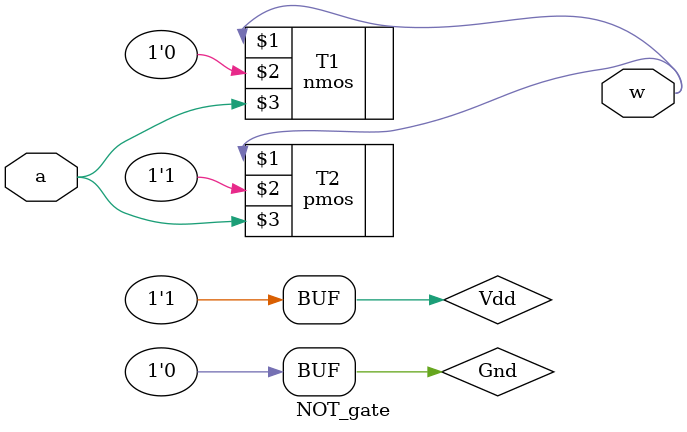
<source format=v>
`timescale 1ns/1ns
module Q2_Circuit (input a,b,c,d,s,m,output w);
	wire w1,w2,w3,w4;
	NOT_gate G1(s,w4);
	NOT_gate G2(m,w3);
	Notif1 G3(a,s,w1);
	Notif1 G4(b,w4,w1);
	Notif1 G5(c,w4,w2);
	Notif1 G6(d,s,w2);
	Notif1 G7(w1,w3,w);
	Notif1 G8(w2,m,w);
endmodule

module Notif1 (input a,en,output w);
	supply1 Vdd;
	supply0 Gnd;
	wire w1,w2,w3;
	pmos#(4,7,9) T1(w1,Vdd,a);
	pmos#(4,7,9) T2(w,w1,w2);
	pmos#(4,7,9) T3(w2,Vdd,en);
	nmos#(3,5,7) T4(w3,Gnd,a);
	nmos#(3,5,7) T5(w,w3,en);
	nmos#(3,5,7) T6(w2,Gnd,en);
endmodule

module NOT_gate(input a,output w);
	supply1 Vdd;
	supply0 Gnd;
	nmos #(3,5,7) T1(w,Gnd,a);
	pmos #(4,7,9) T2(w,Vdd,a);
endmodule
</source>
